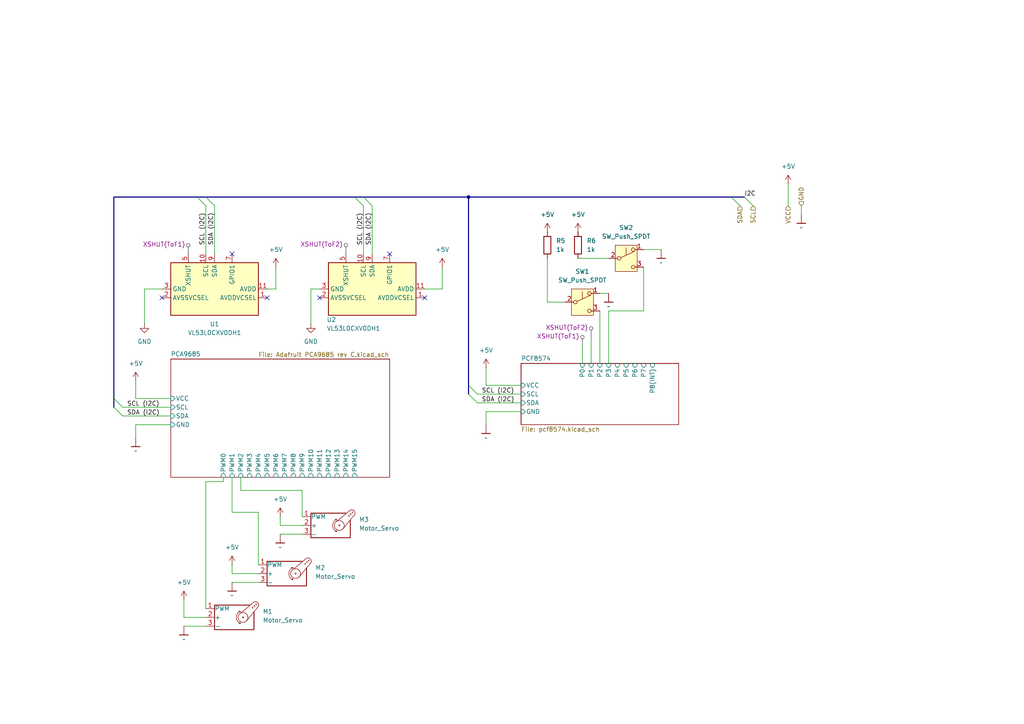
<source format=kicad_sch>
(kicad_sch (version 20250114) (generator "eeschema") (generator_version "9.0")
  (paper "A4")
  (lib_symbols
    (symbol "Adafruit PCA9685 rev C-eagle-import:GND" (power)
      (symbol "GND_1_0"
        (polyline (pts (xy -1.27 0) (xy 1.27 0)) (stroke (width 0.254)))
        (pin power_in line (at 0 2.54 270) (length 2.54) (name "GND") (number "1"))
      )
    )
    (symbol "Device:R" (pin_numbers (hide yes)) (pin_names (offset 0))
      (property "Reference" "R" (at 2.032 0 90))
      (property "Value" "R" (at 0 0 90))
      (symbol "R_0_1"
        (rectangle (start -1.016 -2.54) (end 1.016 2.54) (stroke (width 0.254)))
      )
      (symbol "R_1_1"
        (pin passive line (at 0 3.81 270) (length 1.27) (name "~") (number "1"))
        (pin passive line (at 0 -3.81 90) (length 1.27) (name "~") (number "2"))
      )
    )
    (symbol "Motor:Motor_Servo" (pin_names (offset 0.0254))
      (property "Reference" "M" (at -5.08 4.445 0))
      (property "Value" "Motor_Servo" (at -5.08 -4.064 0))
      (symbol "Motor_Servo_0_1"
        (polyline (pts (xy 2.413 1.778) (xy 1.905 1.778)))
        (polyline (pts (xy 2.413 1.778) (xy 2.286 1.397)))
        (polyline (pts (xy 2.413 -1.778) (xy 2.032 -1.778)))
        (polyline (pts (xy 2.413 -1.778) (xy 2.286 -1.397)))
        (arc (start 2.413 -1.778) (mid 1.2406 0) (end 2.413 1.778))
        (circle (center 3.175 0) (radius 0.1778))
        (circle (center 3.175 0) (radius 1.4224))
        (polyline (pts (xy 5.08 3.556) (xy -5.08 3.556) (xy -5.08 -3.556) (xy 6.35 -3.556) (xy 6.35 1.524)) (stroke (width 0.254)))
        (circle (center 5.969 2.794) (radius 0.127))
        (polyline (pts (xy 6.35 4.445) (xy 2.54 1.27)))
        (circle (center 6.477 3.302) (radius 0.127))
        (arc (start 6.35 4.445) (mid 7.4487 4.2737) (end 7.62 3.175))
        (circle (center 6.985 3.81) (radius 0.127))
        (polyline (pts (xy 7.62 3.175) (xy 4.191 -1.016)))
      )
      (symbol "Motor_Servo_1_1"
        (pin passive line (at -7.62 2.54 0) (length 2.54) (name "PWM") (number "1"))
        (pin passive line (at -7.62 0 0) (length 2.54) (name "+") (number "2"))
        (pin passive line (at -7.62 -2.54 0) (length 2.54) (name "-") (number "3"))
      )
    )
    (symbol "Sensor_Distance:VL53L0CXV0DH1"
      (property "Reference" "U" (at -6.35 13.97 0))
      (property "Value" "VL53L0CXV0DH1" (at 12.065 13.97 0))
      (symbol "VL53L0CXV0DH1_0_1"
        (rectangle (start -7.62 12.7) (end 7.62 -12.7) (stroke (width 0.254)) (fill (type background)))
      )
      (symbol "VL53L0CXV0DH1_1_1"
        (pin open_collector line (at -10.16 5.08 0) (length 2.54) (name "GPIO1") (number "7"))
        (pin bidirectional line (at -10.16 0 0) (length 2.54) (name "SDA") (number "9"))
        (pin input line (at -10.16 -2.54 0) (length 2.54) (name "SCL") (number "10"))
        (pin input line (at -10.16 -7.62 0) (length 2.54) (name "XSHUT") (number "5"))
        (pin no_connect line (at -7.62 7.62 0) (length 2.54) (hide yes) (name "DNC") (number "8"))
        (pin power_in line (at 0 15.24 270) (length 2.54) (name "AVDD") (number "11"))
        (pin passive line (at 0 -15.24 90) (length 2.54) (hide yes) (name "GND") (number "12"))
        (pin power_in line (at 0 -15.24 90) (length 2.54) (name "GND") (number "3"))
        (pin passive line (at 0 -15.24 90) (length 2.54) (hide yes) (name "GND") (number "4"))
        (pin passive line (at 0 -15.24 90) (length 2.54) (hide yes) (name "GND") (number "6"))
        (pin power_in line (at 2.54 15.24 270) (length 2.54) (name "AVDDVCSEL") (number "1"))
        (pin power_in line (at 2.54 -15.24 90) (length 2.54) (name "AVSSVCSEL") (number "2"))
      )
    )
    (symbol "Switch:SW_Push_SPDT" (pin_names (offset 0) (hide yes))
      (property "Reference" "SW" (at 0 5.08 0))
      (property "Value" "SW_Push_SPDT" (at 0 -5.08 0))
      (symbol "SW_Push_SPDT_0_0"
        (circle (center -2.032 0) (radius 0.508))
        (polyline (pts (xy 0 1.016) (xy 0 3.048)))
        (circle (center 2.032 -2.54) (radius 0.508))
      )
      (symbol "SW_Push_SPDT_0_1"
        (polyline (pts (xy -1.524 0.2032) (xy 2.3368 1.9812)))
        (circle (center 2.032 2.54) (radius 0.508))
      )
      (symbol "SW_Push_SPDT_1_1"
        (rectangle (start -3.175 3.81) (end 3.175 -3.81) (fill (type background)))
        (pin passive line (at -5.08 0 0) (length 2.54) (name "B") (number "2"))
        (pin passive line (at 5.08 2.54 180) (length 2.54) (name "A") (number "1"))
        (pin passive line (at 5.08 -2.54 180) (length 2.54) (name "C") (number "3"))
      )
    )
    (symbol "power:+5V" (power) (pin_numbers (hide yes)) (pin_names (offset 0) (hide yes))
      (property "Value" "+5V" (at 0 3.556 0))
      (symbol "+5V_0_1"
        (polyline (pts (xy -0.762 1.27) (xy 0 2.54)))
        (polyline (pts (xy 0 2.54) (xy 0.762 1.27)))
        (polyline (pts (xy 0 0) (xy 0 2.54)))
      )
      (symbol "+5V_1_1"
        (pin power_in line (at 0 0 90) (length 0) (name "~") (number "1"))
      )
    )
    (symbol "power:GND" (power) (pin_numbers (hide yes)) (pin_names (offset 0) (hide yes))
      (property "Value" "GND" (at 0 -3.81 0))
      (symbol "GND_0_1"
        (polyline (pts (xy 0 0) (xy 0 -1.27) (xy 1.27 -1.27) (xy 0 -2.54) (xy -1.27 -1.27) (xy 0 -1.27)))
      )
      (symbol "GND_1_1"
        (pin power_in line (at 0 0 270) (length 0) (name "~") (number "1"))
      )
    )
  )
  (junction (at 135.89 57.15))
  (no_connect (at 92.71 86.36))
  (no_connect (at 77.47 86.36))
  (no_connect (at 46.99 86.36))
  (no_connect (at 123.19 86.36))
  (no_connect (at 113.03 73.66))
  (no_connect (at 67.31 73.66))
  (bus_entry (at 105.41 57.15) (size 2.54 2.54))
  (bus_entry (at 212.09 57.15) (size 2.54 2.54))
  (bus_entry (at 135.89 111.76) (size 2.54 2.54))
  (bus_entry (at 57.15 57.15) (size 2.54 2.54))
  (bus_entry (at 33.02 115.57) (size 2.54 2.54))
  (bus_entry (at 102.87 57.15) (size 2.54 2.54))
  (bus_entry (at 215.9 57.15) (size 2.54 2.54))
  (bus_entry (at 33.02 118.11) (size 2.54 2.54))
  (bus_entry (at 59.69 57.15) (size 2.54 2.54))
  (bus_entry (at 135.89 114.3) (size 2.54 2.54))
  (bus (pts (xy 135.89 57.15) (xy 212.09 57.15)))
  (wire (pts (xy 64.77 139.7) (xy 59.69 139.7)))
  (wire (pts (xy 53.34 179.07) (xy 59.69 179.07)))
  (bus (pts (xy 102.87 57.15) (xy 105.41 57.15)))
  (wire (pts (xy 39.37 123.19) (xy 49.53 123.19)))
  (wire (pts (xy 87.63 142.24) (xy 69.85 142.24)))
  (wire (pts (xy 92.71 83.82) (xy 90.17 83.82)))
  (wire (pts (xy 140.97 111.76) (xy 140.97 106.68)))
  (wire (pts (xy 186.69 90.17) (xy 176.53 90.17)))
  (wire (pts (xy 53.34 181.61) (xy 59.69 181.61)))
  (wire (pts (xy 59.69 139.7) (xy 59.69 176.53)))
  (wire (pts (xy 35.56 118.11) (xy 49.53 118.11)))
  (wire (pts (xy 67.31 166.37) (xy 74.93 166.37)))
  (bus (pts (xy 33.02 57.15) (xy 57.15 57.15)))
  (wire (pts (xy 138.43 114.3) (xy 151.13 114.3)))
  (wire (pts (xy 64.77 138.43) (xy 64.77 139.7)))
  (wire (pts (xy 186.69 77.47) (xy 186.69 90.17)))
  (wire (pts (xy 173.99 85.09) (xy 176.53 85.09)))
  (wire (pts (xy 67.31 168.91) (xy 74.93 168.91)))
  (wire (pts (xy 140.97 119.38) (xy 140.97 123.19)))
  (wire (pts (xy 59.69 59.69) (xy 59.69 73.66)))
  (wire (pts (xy 74.93 148.59) (xy 74.93 163.83)))
  (wire (pts (xy 41.91 83.82) (xy 41.91 93.98)))
  (wire (pts (xy 67.31 163.83) (xy 67.31 166.37)))
  (wire (pts (xy 171.45 97.79) (xy 171.45 105.41)))
  (wire (pts (xy 107.95 59.69) (xy 107.95 73.66)))
  (wire (pts (xy 35.56 120.65) (xy 49.53 120.65)))
  (wire (pts (xy 168.91 100.33) (xy 168.91 105.41)))
  (wire (pts (xy 53.34 173.99) (xy 53.34 179.07)))
  (wire (pts (xy 158.75 87.63) (xy 163.83 87.63)))
  (bus (pts (xy 59.69 57.15) (xy 102.87 57.15)))
  (wire (pts (xy 167.64 74.93) (xy 176.53 74.93)))
  (wire (pts (xy 90.17 83.82) (xy 90.17 93.98)))
  (wire (pts (xy 140.97 119.38) (xy 151.13 119.38)))
  (wire (pts (xy 105.41 59.69) (xy 105.41 73.66)))
  (wire (pts (xy 39.37 127) (xy 39.37 123.19)))
  (wire (pts (xy 39.37 110.49) (xy 39.37 115.57)))
  (wire (pts (xy 39.37 115.57) (xy 49.53 115.57)))
  (wire (pts (xy 81.28 154.94) (xy 87.63 154.94)))
  (wire (pts (xy 151.13 111.76) (xy 140.97 111.76)))
  (bus (pts (xy 135.89 111.76) (xy 135.89 114.3)))
  (wire (pts (xy 128.27 77.47) (xy 128.27 83.82)))
  (wire (pts (xy 80.01 77.47) (xy 80.01 83.82)))
  (wire (pts (xy 158.75 74.93) (xy 158.75 87.63)))
  (bus (pts (xy 33.02 115.57) (xy 33.02 57.15)))
  (wire (pts (xy 46.99 83.82) (xy 41.91 83.82)))
  (wire (pts (xy 81.28 152.4) (xy 87.63 152.4)))
  (bus (pts (xy 33.02 118.11) (xy 33.02 115.57)))
  (wire (pts (xy 80.01 83.82) (xy 77.47 83.82)))
  (wire (pts (xy 186.69 72.39) (xy 191.77 72.39)))
  (bus (pts (xy 57.15 57.15) (xy 59.69 57.15)))
  (wire (pts (xy 69.85 142.24) (xy 69.85 138.43)))
  (wire (pts (xy 228.6 53.34) (xy 228.6 59.69)))
  (bus (pts (xy 135.89 57.15) (xy 135.89 111.76)))
  (wire (pts (xy 62.23 59.69) (xy 62.23 73.66)))
  (wire (pts (xy 81.28 149.86) (xy 81.28 152.4)))
  (wire (pts (xy 74.93 148.59) (xy 67.31 148.59)))
  (wire (pts (xy 232.41 62.23) (xy 232.41 59.69)))
  (bus (pts (xy 212.09 57.15) (xy 215.9 57.15)))
  (wire (pts (xy 128.27 83.82) (xy 123.19 83.82)))
  (wire (pts (xy 87.63 149.86) (xy 87.63 142.24)))
  (wire (pts (xy 138.43 116.84) (xy 151.13 116.84)))
  (bus (pts (xy 105.41 57.15) (xy 135.89 57.15)))
  (wire (pts (xy 176.53 90.17) (xy 176.53 105.41)))
  (wire (pts (xy 173.99 90.17) (xy 173.99 105.41)))
  (wire (pts (xy 67.31 148.59) (xy 67.31 138.43)))
  (label "SCL (I2C)" (at 59.69 71.12 90))
  (label "SDA (I2C)" (at 107.95 71.12 90))
  (label "SDA (I2C)" (at 62.23 71.12 90))
  (label "SCL (I2C)" (at 105.41 71.12 90))
  (label "I2C" (at 215.9 57.15 0))
  (label "SCL (I2C)" (at 36.83 118.11 0))
  (label "SDA (I2C)" (at 139.7 116.84 0))
  (label "SCL (I2C)" (at 139.7 114.3 0))
  (label "SDA (I2C)" (at 36.83 120.65 0))
  (hierarchical_label "VCC" (shape input) (at 228.6 59.69 270))
  (hierarchical_label "GND" (shape input) (at 232.41 59.69 90))
  (hierarchical_label "SDA" (shape input) (at 214.63 59.69 270))
  (hierarchical_label "SCL" (shape input) (at 218.44 59.69 270))
  (netclass_flag "" (length 2.54) (shape round) (at 168.91 100.33 0) (property "Netclass" "XSHUT(ToF1)" (at 155.702 97.536 0) (effects (justify left))))
  (netclass_flag "" (length 2.54) (shape round) (at 54.61 73.66 0) (property "Netclass" "XSHUT(ToF1)" (at 41.402 70.866 0) (effects (justify left))))
  (netclass_flag "" (length 2.54) (shape round) (at 171.45 97.79 0) (property "Netclass" "XSHUT(ToF2)" (at 158.242 94.996 0) (effects (justify left))))
  (netclass_flag "" (length 2.54) (shape round) (at 100.33 73.66 0) (property "Netclass" "XSHUT(ToF2)" (at 87.122 70.866 0) (effects (justify left))))
  (symbol (lib_id "Motor:Motor_Servo") (at 67.31 179.07 0) (unit 1)
    (property "Reference" "M1" (at 76.2 177.3668 0) (effects (justify left)))
    (property "Value" "Motor_Servo" (at 76.2 179.9068 0) (effects (justify left)))
    (property "Datasheet" "http://forums.parallax.com/uploads/attachments/46831/74481.png" (effects (hide yes)))
    (property "Description" "Servo Motor (Futaba, HiTec, JR connector)" (effects (hide yes)))
  )
  (symbol (lib_id "Adafruit PCA9685 rev C-eagle-import:GND") (at 39.37 129.54 0) (unit 1)
    (property "Reference" "01" (effects (hide yes)))
    (property "Value" "~" (at 39.37 130.81 0) (effects (font (size 1.27 1.0795))))
    (property "Description" "GND" (effects (hide yes)))
  )
  (symbol (lib_id "power:+5V") (at 228.6 53.34 0) (unit 1)
    (property "Reference" "#PWR014" (effects (hide yes)))
    (property "Value" "+5V" (at 228.6 48.26 0))
    (property "Description" "Power symbol creates a global label with name \"+5V\"" (effects (hide yes)))
  )
  (symbol (lib_id "power:+5V") (at 39.37 110.49 0) (unit 1)
    (property "Reference" "#PWR06" (effects (hide yes)))
    (property "Value" "+5V" (at 39.37 105.41 0))
    (property "Description" "Power symbol creates a global label with name \"+5V\"" (effects (hide yes)))
  )
  (symbol (lib_id "power:+5V") (at 81.28 149.86 0) (unit 1)
    (property "Reference" "#PWR08" (effects (hide yes)))
    (property "Value" "+5V" (at 81.28 144.78 0))
    (property "Description" "Power symbol creates a global label with name \"+5V\"" (effects (hide yes)))
  )
  (symbol (lib_id "Switch:SW_Push_SPDT") (at 181.61 74.93 0) (unit 1)
    (property "Reference" "SW2" (at 181.61 66.04 0))
    (property "Value" "SW_Push_SPDT" (at 181.61 68.58 0))
    (property "Description" "Momentary Switch, single pole double throw" (effects (hide yes)))
  )
  (symbol (lib_id "power:+5V") (at 140.97 106.68 0) (unit 1)
    (property "Reference" "#PWR010" (effects (hide yes)))
    (property "Value" "+5V" (at 140.97 101.6 0))
    (property "Description" "Power symbol creates a global label with name \"+5V\"" (effects (hide yes)))
  )
  (symbol (lib_id "power:+5V") (at 167.64 67.31 0) (unit 1)
    (property "Reference" "#PWR013" (effects (hide yes)))
    (property "Value" "+5V" (at 167.64 62.23 0))
    (property "Description" "Power symbol creates a global label with name \"+5V\"" (effects (hide yes)))
  )
  (symbol (lib_id "Adafruit PCA9685 rev C-eagle-import:GND") (at 176.53 87.63 0) (unit 1)
    (property "Reference" "01" (effects (hide yes)))
    (property "Value" "~" (at 176.53 88.9 0) (effects (font (size 1.27 1.0795))))
    (property "Description" "GND" (effects (hide yes)))
  )
  (symbol (lib_id "Adafruit PCA9685 rev C-eagle-import:GND") (at 81.28 157.48 0) (unit 1)
    (property "Reference" "01" (effects (hide yes)))
    (property "Value" "~" (at 81.28 158.75 0) (effects (font (size 1.27 1.0795))))
    (property "Description" "GND" (effects (hide yes)))
  )
  (symbol (lib_id "Adafruit PCA9685 rev C-eagle-import:GND") (at 67.31 171.45 0) (unit 1)
    (property "Reference" "01" (effects (hide yes)))
    (property "Value" "~" (at 67.31 172.72 0) (effects (font (size 1.27 1.0795))))
    (property "Description" "GND" (effects (hide yes)))
  )
  (symbol (lib_id "power:+5V") (at 128.27 77.47 0) (unit 1)
    (property "Reference" "#PWR04" (effects (hide yes)))
    (property "Value" "+5V" (at 128.27 72.39 0))
    (property "Description" "Power symbol creates a global label with name \"+5V\"" (effects (hide yes)))
  )
  (symbol (lib_id "Adafruit PCA9685 rev C-eagle-import:GND") (at 140.97 125.73 0) (unit 1)
    (property "Reference" "01" (effects (hide yes)))
    (property "Value" "~" (at 140.97 127 0) (effects (font (size 1.27 1.0795))))
    (property "Description" "GND" (effects (hide yes)))
  )
  (symbol (lib_id "power:GND") (at 90.17 93.98 0) (unit 1)
    (property "Reference" "#PWR02" (effects (hide yes)))
    (property "Value" "GND" (at 90.17 99.06 0))
    (property "Description" "Power symbol creates a global label with name \"GND\" , ground" (effects (hide yes)))
  )
  (symbol (lib_id "Motor:Motor_Servo") (at 95.25 152.4 0) (unit 1)
    (property "Reference" "M3" (at 104.14 150.6968 0) (effects (justify left)))
    (property "Value" "Motor_Servo" (at 104.14 153.2368 0) (effects (justify left)))
    (property "Datasheet" "http://forums.parallax.com/uploads/attachments/46831/74481.png" (effects (hide yes)))
    (property "Description" "Servo Motor (Futaba, HiTec, JR connector)" (effects (hide yes)))
  )
  (symbol (lib_id "Adafruit PCA9685 rev C-eagle-import:GND") (at 53.34 184.15 0) (unit 1)
    (property "Reference" "01" (effects (hide yes)))
    (property "Value" "~" (at 53.34 185.42 0) (effects (font (size 1.27 1.0795))))
    (property "Description" "GND" (effects (hide yes)))
  )
  (symbol (lib_id "Sensor_Distance:VL53L0CXV0DH1") (at 62.23 83.82 270) (unit 1)
    (property "Reference" "U1" (at 62.23 93.98 90))
    (property "Value" "VL53L0CXV0DH1" (at 62.23 96.52 90))
    (property "Footprint" "Sensor_Distance:ST_VL53L1x" (effects (hide yes)))
    (property "Datasheet" "https://www.st.com/resource/en/datasheet/vl53l0x.pdf" (effects (hide yes)))
    (property "Description" "2m distance ranging ToF sensor, Optical LGA12" (effects (hide yes)))
  )
  (symbol (lib_id "power:+5V") (at 67.31 163.83 0) (unit 1)
    (property "Reference" "#PWR09" (effects (hide yes)))
    (property "Value" "+5V" (at 67.31 158.75 0))
    (property "Description" "Power symbol creates a global label with name \"+5V\"" (effects (hide yes)))
  )
  (symbol (lib_id "power:GND") (at 41.91 93.98 0) (unit 1)
    (property "Reference" "#PWR01" (effects (hide yes)))
    (property "Value" "GND" (at 41.91 99.06 0))
    (property "Description" "Power symbol creates a global label with name \"GND\" , ground" (effects (hide yes)))
  )
  (symbol (lib_id "Switch:SW_Push_SPDT") (at 168.91 87.63 0) (unit 1)
    (property "Reference" "SW1" (at 168.91 78.74 0))
    (property "Value" "SW_Push_SPDT" (at 168.91 81.28 0))
    (property "Description" "Momentary Switch, single pole double throw" (effects (hide yes)))
  )
  (symbol (lib_id "Adafruit PCA9685 rev C-eagle-import:GND") (at 232.41 64.77 0) (unit 1)
    (property "Reference" "01" (effects (hide yes)))
    (property "Value" "~" (at 232.41 66.04 0) (effects (font (size 1.27 1.0795))))
    (property "Description" "GND" (effects (hide yes)))
  )
  (symbol (lib_id "Device:R") (at 158.75 71.12 0) (unit 1)
    (property "Reference" "R5" (at 161.29 69.8499 0) (effects (justify left)))
    (property "Value" "1k" (at 161.29 72.3899 0) (effects (justify left)))
    (property "Description" "Resistor" (effects (hide yes)))
  )
  (symbol (lib_id "power:+5V") (at 158.75 67.31 0) (unit 1)
    (property "Reference" "#PWR012" (effects (hide yes)))
    (property "Value" "+5V" (at 158.75 62.23 0))
    (property "Description" "Power symbol creates a global label with name \"+5V\"" (effects (hide yes)))
  )
  (symbol (lib_id "Motor:Motor_Servo") (at 82.55 166.37 0) (unit 1)
    (property "Reference" "M2" (at 91.44 164.6668 0) (effects (justify left)))
    (property "Value" "Motor_Servo" (at 91.44 167.2068 0) (effects (justify left)))
    (property "Datasheet" "http://forums.parallax.com/uploads/attachments/46831/74481.png" (effects (hide yes)))
    (property "Description" "Servo Motor (Futaba, HiTec, JR connector)" (effects (hide yes)))
  )
  (symbol (lib_id "Device:R") (at 167.64 71.12 0) (unit 1)
    (property "Reference" "R6" (at 170.18 69.8499 0) (effects (justify left)))
    (property "Value" "1k" (at 170.18 72.3899 0) (effects (justify left)))
    (property "Description" "Resistor" (effects (hide yes)))
  )
  (symbol (lib_id "Adafruit PCA9685 rev C-eagle-import:GND") (at 191.77 74.93 0) (unit 1)
    (property "Reference" "01" (effects (hide yes)))
    (property "Value" "~" (at 191.77 76.2 0) (effects (font (size 1.27 1.0795))))
    (property "Description" "GND" (effects (hide yes)))
  )
  (symbol (lib_id "Sensor_Distance:VL53L0CXV0DH1") (at 107.95 83.82 270) (unit 1)
    (property "Reference" "U2" (at 94.742 92.71 90) (effects (justify left)))
    (property "Value" "VL53L0CXV0DH1" (at 94.742 95.25 90) (effects (justify left)))
    (property "Footprint" "Sensor_Distance:ST_VL53L1x" (effects (hide yes)))
    (property "Datasheet" "https://www.st.com/resource/en/datasheet/vl53l0x.pdf" (effects (hide yes)))
    (property "Description" "2m distance ranging ToF sensor, Optical LGA12" (effects (hide yes)))
  )
  (symbol (lib_id "power:+5V") (at 80.01 77.47 0) (unit 1)
    (property "Reference" "#PWR03" (effects (hide yes)))
    (property "Value" "+5V" (at 80.01 72.39 0))
    (property "Description" "Power symbol creates a global label with name \"+5V\"" (effects (hide yes)))
  )
  (symbol (lib_id "power:+5V") (at 53.34 173.99 0) (unit 1)
    (property "Reference" "#PWR07" (effects (hide yes)))
    (property "Value" "+5V" (at 53.34 168.91 0))
    (property "Description" "Power symbol creates a global label with name \"+5V\"" (effects (hide yes)))
  )
  (sheet (at 151.13 105.41) (size 45.72 17.78) (stroke (width 0.1524))
    (property "Sheetname" "PCF8574" (at 151.13 104.6984 0) (effects (justify left bottom)))
    (property "Sheetfile" "pcf8574.kicad_sch" (at 151.13 123.7746 0) (effects (justify left top)))
    (pin "SCL" input (at 151.13 114.3 180))
    (pin "VCC" input (at 151.13 111.76 180))
    (pin "SDA" input (at 151.13 116.84 180))
    (pin "GND" input (at 151.13 119.38 180))
    (pin "P7" input (at 186.69 105.41 90))
    (pin "P0" input (at 168.91 105.41 90))
    (pin "P6" input (at 184.15 105.41 90))
    (pin "P3" input (at 176.53 105.41 90))
    (pin "P5" input (at 181.61 105.41 90))
    (pin "P4" input (at 179.07 105.41 90))
    (pin "P1" input (at 171.45 105.41 90))
    (pin "P2" input (at 173.99 105.41 90))
    (pin "P8(INT)" input (at 189.23 105.41 90))
  )
  (sheet (at 49.53 104.14) (size 63.5 34.29) (stroke (width 0.1524))
    (property "Sheetname" "PCA9685" (at 49.53 103.4284 0) (effects (justify left bottom)))
    (property "Sheetfile" "Adafruit PCA9685 rev C.kicad_sch" (at 74.93 102.108 0) (effects (justify left top)))
    (pin "GND" input (at 49.53 123.19 180))
    (pin "SCL" input (at 49.53 118.11 180))
    (pin "SDA" input (at 49.53 120.65 180))
    (pin "VCC" input (at 49.53 115.57 180))
    (pin "PWM0" input (at 64.77 138.43 270))
    (pin "PWM1" input (at 67.31 138.43 270))
    (pin "PWM3" input (at 72.39 138.43 270))
    (pin "PWM2" input (at 69.85 138.43 270))
    (pin "PWM11" input (at 92.71 138.43 270))
    (pin "PWM8" input (at 85.09 138.43 270))
    (pin "PWM9" input (at 87.63 138.43 270))
    (pin "PWM14" input (at 100.33 138.43 270))
    (pin "PWM12" input (at 95.25 138.43 270))
    (pin "PWM10" input (at 90.17 138.43 270))
    (pin "PWM5" input (at 77.47 138.43 270))
    (pin "PWM4" input (at 74.93 138.43 270))
    (pin "PWM13" input (at 97.79 138.43 270))
    (pin "PWM15" input (at 102.87 138.43 270))
    (pin "PWM6" input (at 80.01 138.43 270))
    (pin "PWM7" input (at 82.55 138.43 270))
  )
)
</source>
